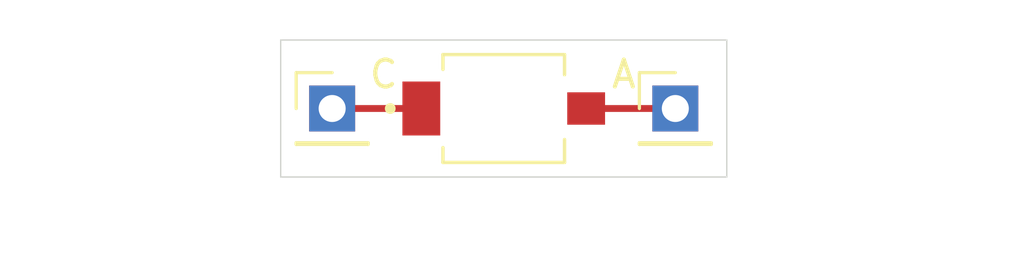
<source format=kicad_pcb>
(kicad_pcb (version 20171130) (host pcbnew "(5.1.10)-1")

  (general
    (thickness 1.6)
    (drawings 4)
    (tracks 2)
    (zones 0)
    (modules 3)
    (nets 3)
  )

  (page A4)
  (layers
    (0 F.Cu signal)
    (31 B.Cu signal)
    (32 B.Adhes user)
    (33 F.Adhes user)
    (34 B.Paste user)
    (35 F.Paste user)
    (36 B.SilkS user)
    (37 F.SilkS user)
    (38 B.Mask user)
    (39 F.Mask user)
    (40 Dwgs.User user)
    (41 Cmts.User user)
    (42 Eco1.User user)
    (43 Eco2.User user)
    (44 Edge.Cuts user)
    (45 Margin user)
    (46 B.CrtYd user)
    (47 F.CrtYd user)
    (48 B.Fab user)
    (49 F.Fab user)
  )

  (setup
    (last_trace_width 0.25)
    (user_trace_width 0.254)
    (trace_clearance 0.2)
    (zone_clearance 0.508)
    (zone_45_only no)
    (trace_min 0.2)
    (via_size 0.8)
    (via_drill 0.4)
    (via_min_size 0.4)
    (via_min_drill 0.3)
    (uvia_size 0.3)
    (uvia_drill 0.1)
    (uvias_allowed no)
    (uvia_min_size 0.2)
    (uvia_min_drill 0.1)
    (edge_width 0.05)
    (segment_width 0.2)
    (pcb_text_width 0.3)
    (pcb_text_size 1.5 1.5)
    (mod_edge_width 0.12)
    (mod_text_size 1 1)
    (mod_text_width 0.15)
    (pad_size 1.524 1.524)
    (pad_drill 0.762)
    (pad_to_mask_clearance 0)
    (aux_axis_origin 0 0)
    (visible_elements 7FFFFFFF)
    (pcbplotparams
      (layerselection 0x010fc_ffffffff)
      (usegerberextensions false)
      (usegerberattributes true)
      (usegerberadvancedattributes true)
      (creategerberjobfile true)
      (excludeedgelayer true)
      (linewidth 0.100000)
      (plotframeref false)
      (viasonmask false)
      (mode 1)
      (useauxorigin false)
      (hpglpennumber 1)
      (hpglpenspeed 20)
      (hpglpendiameter 15.000000)
      (psnegative false)
      (psa4output false)
      (plotreference true)
      (plotvalue true)
      (plotinvisibletext false)
      (padsonsilk false)
      (subtractmaskfromsilk false)
      (outputformat 1)
      (mirror false)
      (drillshape 1)
      (scaleselection 1)
      (outputdirectory ""))
  )

  (net 0 "")
  (net 1 "Net-(D1-PadC)")
  (net 2 "Net-(D1-PadA)")

  (net_class Default "This is the default net class."
    (clearance 0.2)
    (trace_width 0.25)
    (via_dia 0.8)
    (via_drill 0.4)
    (uvia_dia 0.3)
    (uvia_drill 0.1)
    (add_net "Net-(D1-PadA)")
    (add_net "Net-(D1-PadC)")
  )

  (module Connector_PinHeader_2.54mm:PinHeader_1x01_P2.54mm_Vertical (layer F.Cu) (tedit 59FED5CC) (tstamp 638A1B75)
    (at 137.795 105.41)
    (descr "Through hole straight pin header, 1x01, 2.54mm pitch, single row")
    (tags "Through hole pin header THT 1x01 2.54mm single row")
    (path /63895B33)
    (fp_text reference C (at 1.905 -1.27) (layer F.SilkS)
      (effects (font (size 1 1) (thickness 0.15)))
    )
    (fp_text value Conn_01x01 (at -7.62 0) (layer F.Fab)
      (effects (font (size 1 1) (thickness 0.15)))
    )
    (fp_line (start 1.8 -1.8) (end -1.8 -1.8) (layer F.CrtYd) (width 0.05))
    (fp_line (start 1.8 1.8) (end 1.8 -1.8) (layer F.CrtYd) (width 0.05))
    (fp_line (start -1.8 1.8) (end 1.8 1.8) (layer F.CrtYd) (width 0.05))
    (fp_line (start -1.8 -1.8) (end -1.8 1.8) (layer F.CrtYd) (width 0.05))
    (fp_line (start -1.33 -1.33) (end 0 -1.33) (layer F.SilkS) (width 0.12))
    (fp_line (start -1.33 0) (end -1.33 -1.33) (layer F.SilkS) (width 0.12))
    (fp_line (start -1.33 1.27) (end 1.33 1.27) (layer F.SilkS) (width 0.12))
    (fp_line (start 1.33 1.27) (end 1.33 1.33) (layer F.SilkS) (width 0.12))
    (fp_line (start -1.33 1.27) (end -1.33 1.33) (layer F.SilkS) (width 0.12))
    (fp_line (start -1.33 1.33) (end 1.33 1.33) (layer F.SilkS) (width 0.12))
    (fp_line (start -1.27 -0.635) (end -0.635 -1.27) (layer F.Fab) (width 0.1))
    (fp_line (start -1.27 1.27) (end -1.27 -0.635) (layer F.Fab) (width 0.1))
    (fp_line (start 1.27 1.27) (end -1.27 1.27) (layer F.Fab) (width 0.1))
    (fp_line (start 1.27 -1.27) (end 1.27 1.27) (layer F.Fab) (width 0.1))
    (fp_line (start -0.635 -1.27) (end 1.27 -1.27) (layer F.Fab) (width 0.1))
    (fp_text user %R (at 0 0 90) (layer F.Fab)
      (effects (font (size 1 1) (thickness 0.15)))
    )
    (pad 1 thru_hole rect (at 0 0) (size 1.7 1.7) (drill 1) (layers *.Cu *.Mask)
      (net 1 "Net-(D1-PadC)"))
    (model ${KISYS3DMOD}/Connector_PinHeader_2.54mm.3dshapes/PinHeader_1x01_P2.54mm_Vertical.wrl
      (at (xyz 0 0 0))
      (scale (xyz 1 1 1))
      (rotate (xyz 0 0 0))
    )
  )

  (module Connector_PinHeader_2.54mm:PinHeader_1x01_P2.54mm_Vertical (layer F.Cu) (tedit 59FED5CC) (tstamp 638A1B60)
    (at 150.495 105.41)
    (descr "Through hole straight pin header, 1x01, 2.54mm pitch, single row")
    (tags "Through hole pin header THT 1x01 2.54mm single row")
    (path /63895F29)
    (fp_text reference A (at -1.905 -1.27) (layer F.SilkS)
      (effects (font (size 1 1) (thickness 0.15)))
    )
    (fp_text value Conn_01x01 (at 8.255 0) (layer F.Fab)
      (effects (font (size 1 1) (thickness 0.15)))
    )
    (fp_line (start 1.8 -1.8) (end -1.8 -1.8) (layer F.CrtYd) (width 0.05))
    (fp_line (start 1.8 1.8) (end 1.8 -1.8) (layer F.CrtYd) (width 0.05))
    (fp_line (start -1.8 1.8) (end 1.8 1.8) (layer F.CrtYd) (width 0.05))
    (fp_line (start -1.8 -1.8) (end -1.8 1.8) (layer F.CrtYd) (width 0.05))
    (fp_line (start -1.33 -1.33) (end 0 -1.33) (layer F.SilkS) (width 0.12))
    (fp_line (start -1.33 0) (end -1.33 -1.33) (layer F.SilkS) (width 0.12))
    (fp_line (start -1.33 1.27) (end 1.33 1.27) (layer F.SilkS) (width 0.12))
    (fp_line (start 1.33 1.27) (end 1.33 1.33) (layer F.SilkS) (width 0.12))
    (fp_line (start -1.33 1.27) (end -1.33 1.33) (layer F.SilkS) (width 0.12))
    (fp_line (start -1.33 1.33) (end 1.33 1.33) (layer F.SilkS) (width 0.12))
    (fp_line (start -1.27 -0.635) (end -0.635 -1.27) (layer F.Fab) (width 0.1))
    (fp_line (start -1.27 1.27) (end -1.27 -0.635) (layer F.Fab) (width 0.1))
    (fp_line (start 1.27 1.27) (end -1.27 1.27) (layer F.Fab) (width 0.1))
    (fp_line (start 1.27 -1.27) (end 1.27 1.27) (layer F.Fab) (width 0.1))
    (fp_line (start -0.635 -1.27) (end 1.27 -1.27) (layer F.Fab) (width 0.1))
    (fp_text user %R (at 0 0 90) (layer F.Fab)
      (effects (font (size 1 1) (thickness 0.15)))
    )
    (pad 1 thru_hole rect (at 0 0) (size 1.7 1.7) (drill 1) (layers *.Cu *.Mask)
      (net 2 "Net-(D1-PadA)"))
    (model ${KISYS3DMOD}/Connector_PinHeader_2.54mm.3dshapes/PinHeader_1x01_P2.54mm_Vertical.wrl
      (at (xyz 0 0 0))
      (scale (xyz 1 1 1))
      (rotate (xyz 0 0 0))
    )
  )

  (module SFH_2430-Z:DIO_SFH_2430-Z (layer F.Cu) (tedit 63894F06) (tstamp 638A1B4B)
    (at 144.145 105.41)
    (path /63897156)
    (fp_text reference D1 (at 0 -3.175) (layer F.Fab)
      (effects (font (size 1 1) (thickness 0.15)))
    )
    (fp_text value SFH_2430-Z (at 0 5.08) (layer F.Fab)
      (effects (font (size 1 1) (thickness 0.15)))
    )
    (fp_poly (pts (xy -3.8 -1.05) (xy -2.3 -1.05) (xy -2.3 1.05) (xy -3.8 1.05)) (layer F.Mask) (width 0.01))
    (fp_poly (pts (xy 2.3 -0.65) (xy 3.8 -0.65) (xy 3.8 0.65) (xy 2.3 0.65)) (layer F.Mask) (width 0.01))
    (fp_poly (pts (xy -3.7 -0.95) (xy -2.4 -0.95) (xy -2.4 0.95) (xy -3.7 0.95)) (layer F.Paste) (width 0.01))
    (fp_poly (pts (xy 2.4 -0.55) (xy 3.7 -0.55) (xy 3.7 0.55) (xy 2.4 0.55)) (layer F.Paste) (width 0.01))
    (fp_line (start -2.25 -2) (end -2.25 -1.45) (layer F.SilkS) (width 0.127))
    (fp_line (start 2.25 -2) (end -2.25 -2) (layer F.SilkS) (width 0.127))
    (fp_line (start 2.25 -1.25) (end 2.25 -2) (layer F.SilkS) (width 0.127))
    (fp_line (start -2.25 2) (end -2.25 1.45) (layer F.SilkS) (width 0.127))
    (fp_line (start 2.25 2) (end -2.25 2) (layer F.SilkS) (width 0.127))
    (fp_line (start 2.25 1.15) (end 2.25 2) (layer F.SilkS) (width 0.127))
    (fp_line (start 4 -2.25) (end 4 2.25) (layer F.CrtYd) (width 0.05))
    (fp_line (start -4 -2.25) (end 4 -2.25) (layer F.CrtYd) (width 0.05))
    (fp_line (start -4 2.25) (end -4 -2.25) (layer F.CrtYd) (width 0.05))
    (fp_line (start 4 2.25) (end -4 2.25) (layer F.CrtYd) (width 0.05))
    (fp_circle (center -4.2 0) (end -4.1 0) (layer F.Fab) (width 0.2))
    (fp_circle (center -4.2 0) (end -4.1 0) (layer F.SilkS) (width 0.2))
    (fp_line (start 2.25 -2) (end 2.25 2) (layer F.Fab) (width 0.127))
    (fp_line (start -2.25 -2) (end 2.25 -2) (layer F.Fab) (width 0.127))
    (fp_line (start -2.25 2) (end -2.25 -2) (layer F.Fab) (width 0.127))
    (fp_line (start 2.25 2) (end -2.25 2) (layer F.Fab) (width 0.127))
    (pad C smd rect (at -3.05 0 180) (size 1.4 2) (layers F.Cu)
      (net 1 "Net-(D1-PadC)"))
    (pad A smd rect (at 3.05 0 180) (size 1.4 1.2) (layers F.Cu)
      (net 2 "Net-(D1-PadA)"))
  )

  (gr_line (start 152.4 107.95) (end 152.4 102.87) (layer Edge.Cuts) (width 0.05) (tstamp 638A1D7B))
  (gr_line (start 135.89 107.95) (end 152.4 107.95) (layer Edge.Cuts) (width 0.05))
  (gr_line (start 135.89 102.87) (end 135.89 107.95) (layer Edge.Cuts) (width 0.05))
  (gr_line (start 152.4 102.87) (end 135.89 102.87) (layer Edge.Cuts) (width 0.05))

  (segment (start 137.795 105.41) (end 141.095 105.41) (width 0.254) (layer F.Cu) (net 1))
  (segment (start 150.495 105.41) (end 147.195 105.41) (width 0.254) (layer F.Cu) (net 2))

)

</source>
